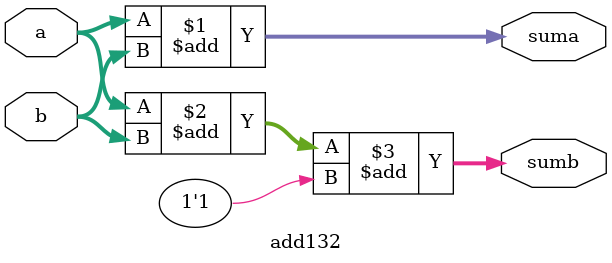
<source format=v>
module mpadderB (
  input wire clk,
  input wire [1027:0] in_a,         //1028bits
  input wire [1027:0] in_b,         //1028bits
  output wire [1028:0] result,       //1029bits
  output wire [15:0] prediction
);   
    
    wire [1027:0] MuxB = in_b; //No subtraction
    wire [1028:0] Sum;
    
    
    wire [1028:0] sumA;
    wire [1028:128] sumB;
    
    wire [6:0] carryA;
    wire [6:1] carryB;
    
    wire carry1;
    wire carry2;
    wire carry3;
    wire carry4;
    wire carry5;
    wire carry6;
    wire carry7;
  assign prediction = sumA[15:0];  
  assign {carryA[0],sumA[127:0]} = in_a[127:0] + MuxB[127:0];   
  //assign {carryB[0],sumB[63:0]} = 65'b0;
    add128 A2(in_a[255:128], MuxB[255:128],sumA[255:128], carryA[1], sumB[255:128], carryB[1]);
    add128 A3(in_a[383:256], MuxB[383:256],sumA[383:256], carryA[2], sumB[383:256], carryB[2]);
    add128 A4(in_a[511:384], MuxB[511:384],sumA[511:384], carryA[3], sumB[511:384], carryB[3]);
    add128 A5(in_a[639:512], MuxB[639:512],sumA[639:512], carryA[4], sumB[639:512], carryB[4]);
    add128 A6(in_a[767:640], MuxB[767:640],sumA[767:640], carryA[5], sumB[767:640], carryB[5]);
    add128 A7(in_a[895:768], MuxB[895:768],sumA[895:768], carryA[6], sumB[895:768], carryB[6]);
    add132 A8(in_a[1027:896], MuxB[1027:896],sumA[1028:896], sumB[1028:896]);
  

    


  reg [1028:0] regA;
  reg [1028:128] regB;
  reg [6:0] regcA;
  reg [6:1] regcB;
  always @(posedge clk) 
  begin
    regA <= sumA;
    regB <= sumB;
    regcA <= carryA;
    regcB <= carryB;
  end  
  
    assign carry1 = regcA[0];
    assign carry2 = carry1? regcB[1]: regcA[1];
    assign carry3 = carry2? regcB[2]: regcA[2];
    assign carry4 = carry3? regcB[3]: regcA[3];
    assign carry5 = carry4? regcB[4]: regcA[4];
    assign carry6 = carry5? regcB[5]: regcA[5];
    assign carry7 = carry6? regcB[6]: regcA[6];

  
    assign Sum[127:0] = regA[127:0];
    assign Sum[255:128] = carry1? regB[255:128]: regA[255:128];
    assign Sum[383:256] = carry2? regB[383:256]: regA[383:256];
    assign Sum[511:384] = carry3? regB[511:384]: regA[511:384];
    assign Sum[639:512] = carry4? regB[639:512]: regA[639:512];
    assign Sum[767:640] = carry5? regB[767:640]: regA[767:640];
    assign Sum[895:768] = carry6? regB[895:768]: regA[895:768];
    assign Sum[1028:896] = carry7? regB[1028:896]: regA[1028:896];
  

  assign result = Sum;

endmodule

module add128(
    input wire [127:0] a,
    input wire [127:0] b,
    output wire [127:0] suma,
    output wire carrya,
    output wire [127:0] sumb,
    output wire carryb
    );
    
    assign {carrya, suma} = a+b;
    assign {carryb, sumb} = a+b+1'b1;
    
    
endmodule

module add132(
    input wire [131:0] a,
    input wire [131:0] b,
    output wire [132:0] suma,
    output wire [132:0] sumb
    );
    
    assign suma= a+b;
    assign sumb = a+b+1'b1;
    
    
endmodule

</source>
